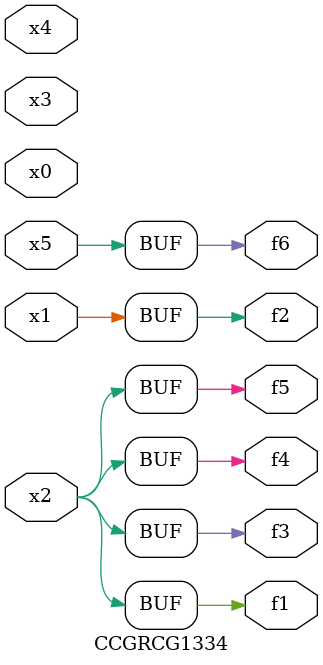
<source format=v>
module CCGRCG1334(
	input x0, x1, x2, x3, x4, x5,
	output f1, f2, f3, f4, f5, f6
);
	assign f1 = x2;
	assign f2 = x1;
	assign f3 = x2;
	assign f4 = x2;
	assign f5 = x2;
	assign f6 = x5;
endmodule

</source>
